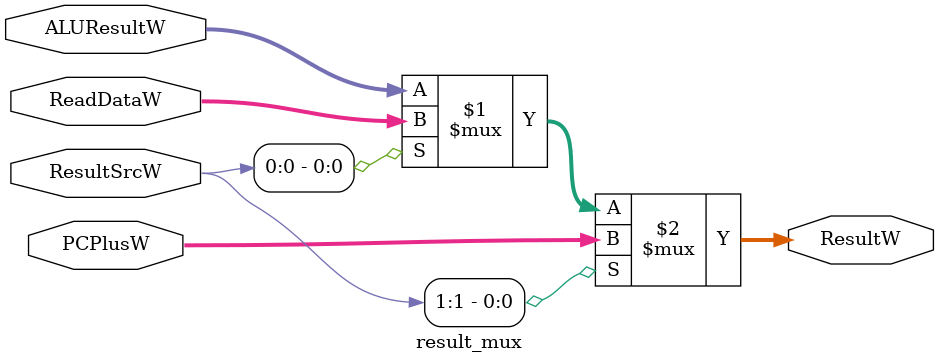
<source format=v>
module result_mux (
    input [31:0] ALUResultW, ReadDataW, PCPlusW,
    input [1:0] ResultSrcW,
    output [31:0] ResultW
);
    assign ResultW = ResultSrcW[1] ? PCPlusW : (ResultSrcW[0] ? ReadDataW : ALUResultW);
endmodule
</source>
